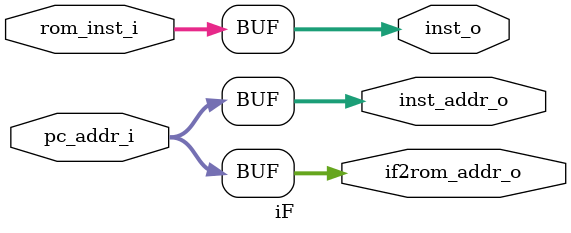
<source format=v>
module iF (
    // from PC
    input wire [31:0] pc_addr_i,
    // instruction from ROM
    input wire [31:0] rom_inst_i,
    // to ROM
    output wire [31:0] if2rom_addr_o,
    // to 译码模块
    output wire [31:0] inst_addr_o,  // 指令的地址
    output wire [31:0] inst_o  // 指令
);
  assign inst_addr_o = pc_addr_i;
  assign inst_o = rom_inst_i;
  assign if2rom_addr_o = pc_addr_i;
endmodule

</source>
